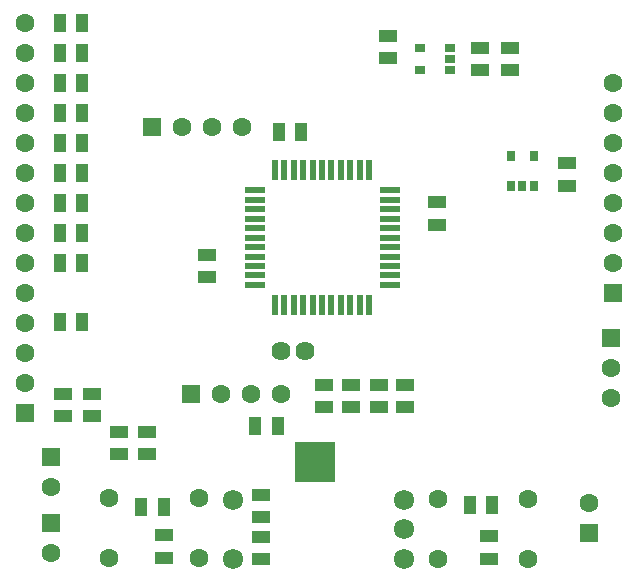
<source format=gts>
G04 (created by PCBNEW (2013-07-07 BZR 4022)-stable) date 2015-10-06 15:27:07*
%MOIN*%
G04 Gerber Fmt 3.4, Leading zero omitted, Abs format*
%FSLAX34Y34*%
G01*
G70*
G90*
G04 APERTURE LIST*
%ADD10C,0.00393701*%
%ADD11C,0.067874*%
%ADD12R,0.133858X0.133858*%
%ADD13C,0.062874*%
%ADD14R,0.062874X0.062874*%
%ADD15R,0.023874X0.067874*%
%ADD16R,0.067874X0.023874*%
%ADD17R,0.027874X0.037874*%
%ADD18R,0.037874X0.027874*%
%ADD19C,0.063874*%
%ADD20R,0.042874X0.062874*%
%ADD21R,0.062874X0.042874*%
G04 APERTURE END LIST*
G54D10*
G54D11*
X13302Y-16540D03*
X13302Y-17525D03*
X13302Y-18509D03*
X7594Y-18509D03*
X7594Y-16540D03*
G54D12*
X10350Y-15280D03*
G54D13*
X20287Y-3637D03*
X20287Y-4637D03*
X20287Y-5637D03*
X20287Y-6637D03*
X20287Y-7637D03*
X20287Y-8637D03*
G54D14*
X20287Y-9637D03*
X662Y-13637D03*
G54D13*
X662Y-12637D03*
X662Y-11637D03*
X662Y-10637D03*
X662Y-9637D03*
X662Y-8637D03*
X662Y-7637D03*
X662Y-6637D03*
X662Y-5637D03*
X662Y-4637D03*
X662Y-3637D03*
X662Y-2637D03*
X662Y-1637D03*
X662Y-637D03*
X20275Y-2650D03*
G54D15*
X10575Y-10050D03*
X10890Y-10050D03*
X11205Y-10050D03*
X11520Y-10050D03*
X11835Y-10050D03*
X12150Y-10050D03*
X10260Y-10050D03*
X9945Y-10050D03*
X9630Y-10050D03*
X9315Y-10050D03*
X9000Y-10050D03*
X10575Y-5550D03*
X10890Y-5550D03*
X11205Y-5550D03*
X11520Y-5550D03*
X11835Y-5550D03*
X12150Y-5550D03*
X10260Y-5550D03*
X9945Y-5550D03*
X9630Y-5550D03*
X9315Y-5550D03*
X9000Y-5550D03*
G54D16*
X12825Y-7800D03*
X8325Y-7800D03*
X12825Y-7485D03*
X8325Y-7485D03*
X8325Y-7170D03*
X12825Y-7170D03*
X12825Y-6855D03*
X8325Y-6855D03*
X8325Y-6540D03*
X12825Y-6540D03*
X12825Y-6225D03*
X8325Y-6225D03*
X8325Y-8115D03*
X12825Y-8115D03*
X12825Y-8430D03*
X8325Y-8430D03*
X8325Y-8745D03*
X12825Y-8745D03*
X12825Y-9060D03*
X8325Y-9060D03*
X8325Y-9375D03*
X12825Y-9375D03*
G54D17*
X16875Y-6075D03*
X17625Y-6075D03*
X16875Y-5075D03*
X17250Y-6075D03*
X17625Y-5075D03*
G54D18*
X14825Y-2225D03*
X14825Y-1475D03*
X13825Y-2225D03*
X14825Y-1850D03*
X13825Y-1475D03*
G54D19*
X9200Y-11575D03*
X10000Y-11575D03*
G54D14*
X19475Y-17650D03*
G54D13*
X19475Y-16650D03*
X17450Y-18500D03*
X17450Y-16500D03*
X14450Y-18500D03*
X14450Y-16500D03*
X6475Y-18475D03*
X6475Y-16475D03*
X3475Y-18475D03*
X3475Y-16475D03*
G54D14*
X6200Y-13000D03*
G54D13*
X7200Y-13000D03*
X8200Y-13000D03*
X9200Y-13000D03*
G54D14*
X4900Y-4125D03*
G54D13*
X5900Y-4125D03*
X6900Y-4125D03*
X7900Y-4125D03*
G54D14*
X20200Y-11150D03*
G54D13*
X20200Y-12150D03*
X20200Y-13150D03*
G54D14*
X1550Y-15125D03*
G54D13*
X1550Y-16125D03*
G54D14*
X1550Y-17325D03*
G54D13*
X1550Y-18325D03*
G54D20*
X2575Y-650D03*
X1825Y-650D03*
X2575Y-1650D03*
X1825Y-1650D03*
X2575Y-2650D03*
X1825Y-2650D03*
X2575Y-3650D03*
X1825Y-3650D03*
X2575Y-4650D03*
X1825Y-4650D03*
X2575Y-5650D03*
X1825Y-5650D03*
X2575Y-6650D03*
X1825Y-6650D03*
X2575Y-7650D03*
X1825Y-7650D03*
X2575Y-8650D03*
X1825Y-8650D03*
X2575Y-10625D03*
X1825Y-10625D03*
G54D21*
X1950Y-13000D03*
X1950Y-13750D03*
X2900Y-13000D03*
X2900Y-13750D03*
X3800Y-14275D03*
X3800Y-15025D03*
X4725Y-14275D03*
X4725Y-15025D03*
G54D20*
X4550Y-16775D03*
X5300Y-16775D03*
G54D21*
X5300Y-18475D03*
X5300Y-17725D03*
X8550Y-16375D03*
X8550Y-17125D03*
X8550Y-18525D03*
X8550Y-17775D03*
G54D20*
X15500Y-16725D03*
X16250Y-16725D03*
G54D21*
X16150Y-18500D03*
X16150Y-17750D03*
G54D20*
X8350Y-14075D03*
X9100Y-14075D03*
G54D21*
X10625Y-13450D03*
X10625Y-12700D03*
X11525Y-12700D03*
X11525Y-13450D03*
X12475Y-12700D03*
X12475Y-13450D03*
X13350Y-13450D03*
X13350Y-12700D03*
X6750Y-9125D03*
X6750Y-8375D03*
X14400Y-6625D03*
X14400Y-7375D03*
X18750Y-5325D03*
X18750Y-6075D03*
G54D20*
X9125Y-4275D03*
X9875Y-4275D03*
G54D21*
X12775Y-1825D03*
X12775Y-1075D03*
X15825Y-2225D03*
X15825Y-1475D03*
X16850Y-2225D03*
X16850Y-1475D03*
M02*

</source>
